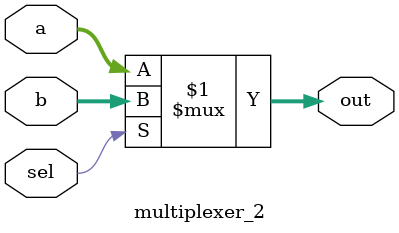
<source format=v>
module multiplexer_2 (
    input wire [31:0] a,
    input wire [31:0] b,
    input wire sel,
    output wire [31:0] out
);

    assign out = sel ? b : a;

endmodule
</source>
